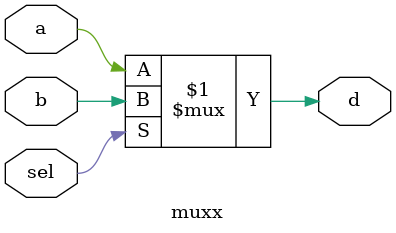
<source format=sv>
module muxx (a,b,sel,d);
input logic a,b,sel;
output logic d;
assign d=sel?b:a;
endmodule
</source>
